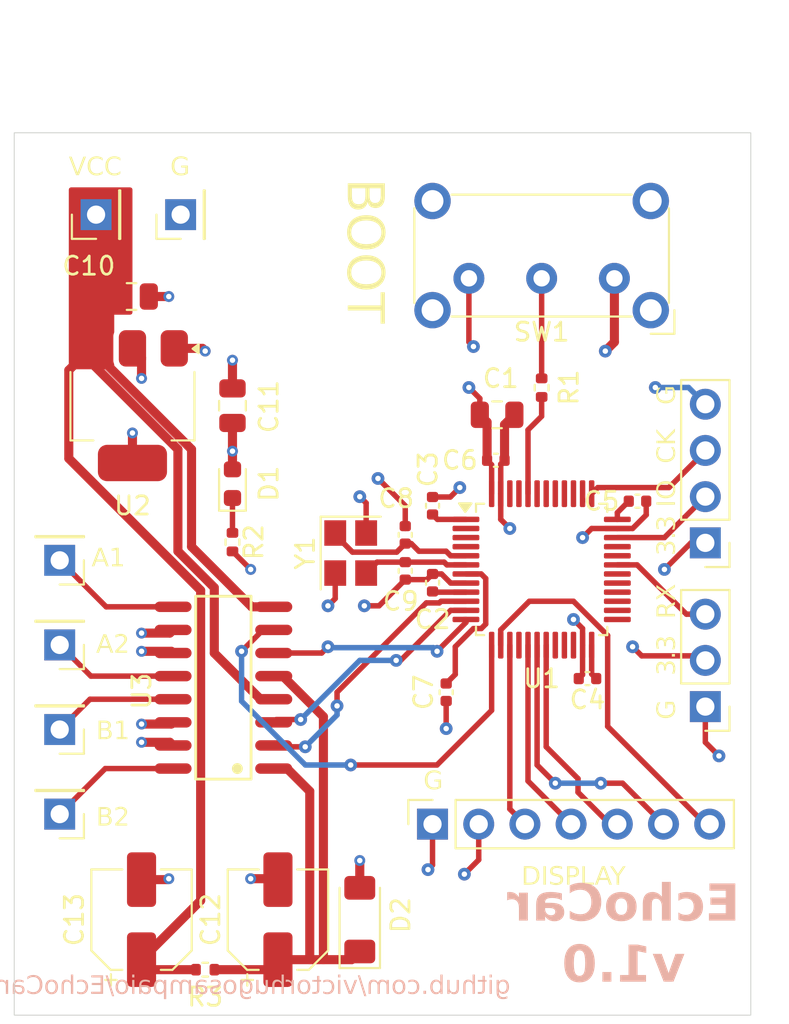
<source format=kicad_pcb>
(kicad_pcb (version 20240108) (generator "pcbnew") (generator_version "8.0")
  (layers (0 "F.Cu" signal) (1 "In1.Cu" power "GND.Cu") (2 "In2.Cu" power "3V3.Cu") (31 "B.Cu" signal) (34 "B.Paste" user) (35 "F.Paste" user) (36 "B.SilkS" user "B.Silkscreen") (37 "F.SilkS" user "F.Silkscreen") (38 "B.Mask" user) (39 "F.Mask" user) (44 "Edge.Cuts" user))
  (net 0 "")
  (net 1 "GND")
  (net 2 "+3.3V")
  (net 3 "/RST")
  (net 4 "OSCIN")
  (net 5 "OSCOUT")
  (net 6 "VCC")
  (net 7 "Net-(D2-K)")
  (net 8 "/PWR_LED_K")
  (net 9 "Net-(U3-OUTA1)")
  (net 10 "Net-(U3-OUTB1)")
  (net 11 "Net-(U3-OUTA2)")
  (net 12 "Net-(U3-OUTB2)")
  (net 13 "SWCLK")
  (net 14 "SWIO")
  (net 15 "DISP_CS")
  (net 16 "DISP_SCK")
  (net 17 "DISP_SDA")
  (net 18 "DISP_DC")
  (net 19 "DISP_RES")
  (net 20 "UART_RX")
  (net 21 "BOOT")
  (net 22 "Net-(SW1-B)")
  (net 24 "MOTOR_IN_4")
  (net 36 "MOTOR_IN_2")
  (net 37 "MOTOR_IN_1")
  (net 39 "MOTOR_IN_3")
  (footprint "Connector_PinHeader_2.54mm:PinHeader_1x03_P2.54mm_Vertical" (layer "F.Cu") (at 150 78.54 180)
    (property "Reference" "J3" (hide yes))
    (property "Value" "Arduino_con")
    (pad "1" thru_hole rect (at 0 0 180) (size 1.7 1.7) (drill 1) (layers "*.Cu" "*.Mask") (net 1 "GND"))
    (pad "2" thru_hole oval (at 0 2.54 180) (size 1.7 1.7) (drill 1) (layers "*.Cu" "*.Mask") (net 2 "+3.3V"))
    (pad "3" thru_hole oval (at 0 5.08 180) (size 1.7 1.7) (drill 1) (layers "*.Cu" "*.Mask") (net 20 "UART_RX"))
  )
  (footprint "Capacitor_SMD:C_0402_1005Metric" (layer "F.Cu") (at 135.75 77.75 -90)
    (property "Reference" "C7" (at 0 1.25 90) (layer "F.SilkS"))
    (property "Value" "100n")
    (pad "1" smd roundrect (at -0.48 0 270) (size 0.56 0.62) (layers "F.Cu" "F.Paste" "F.Mask") (net 3 "/RST"))
    (pad "2" smd roundrect (at 0.48 0 270) (size 0.56 0.62) (layers "F.Cu" "F.Paste" "F.Mask") (net 1 "GND"))
  )
  (footprint "Connector_PinSocket_2.54mm:PinSocket_1x07_P2.54mm_Vertical" (layer "F.Cu") (at 135 85 90)
    (property "Reference" "J2" (hide yes))
    (property "Value" "Display_Con")
    (pad "1" thru_hole rect (at 0 0 90) (size 1.7 1.7) (drill 1) (layers "*.Cu" "*.Mask") (net 1 "GND"))
    (pad "2" thru_hole oval (at 0 2.54 90) (size 1.7 1.7) (drill 1) (layers "*.Cu" "*.Mask") (net 2 "+3.3V"))
    (pad "3" thru_hole oval (at 0 5.08 90) (size 1.7 1.7) (drill 1) (layers "*.Cu" "*.Mask") (net 16 "DISP_SCK"))
    (pad "4" thru_hole oval (at 0 7.62 90) (size 1.7 1.7) (drill 1) (layers "*.Cu" "*.Mask") (net 17 "DISP_SDA"))
    (pad "5" thru_hole oval (at 0 10.16 90) (size 1.7 1.7) (drill 1) (layers "*.Cu" "*.Mask") (net 19 "DISP_RES"))
    (pad "6" thru_hole oval (at 0 12.7 90) (size 1.7 1.7) (drill 1) (layers "*.Cu" "*.Mask") (net 18 "DISP_DC"))
    (pad "7" thru_hole oval (at 0 15.24 90) (size 1.7 1.7) (drill 1) (layers "*.Cu" "*.Mask") (net 15 "DISP_CS"))
  )
  (footprint "Capacitor_SMD:C_0805_2012Metric" (layer "F.Cu") (at 118.45 56)
    (property "Reference" "C10" (at -2.35 -1.68 0) (layer "F.SilkS"))
    (property "Value" "22u")
    (pad "1" smd roundrect (at -0.95 0) (size 1 1.45) (layers "F.Cu" "F.Paste" "F.Mask") (net 6 "VCC"))
    (pad "2" smd roundrect (at 0.95 0) (size 1 1.45) (layers "F.Cu" "F.Paste" "F.Mask") (net 1 "GND"))
  )
  (footprint "Connector_PinHeader_2.54mm:PinHeader_1x01_P2.54mm_Vertical" (layer "F.Cu") (at 114.5 70.5 180)
    (property "Reference" "H4" (hide yes))
    (property "Value" "OUTB_2")
    (pad "1" thru_hole rect (at 0 0 180) (size 1.7 1.7) (drill 1) (layers "*.Cu" "*.Mask") (net 12 "Net-(U3-OUTB2)"))
  )
  (footprint "Capacitor_SMD:C_0402_1005Metric" (layer "F.Cu") (at 146.27 67.25)
    (property "Reference" "C5" (at -1.98 0 0) (layer "F.SilkS"))
    (property "Value" "100n")
    (pad "1" smd roundrect (at -0.48 0) (size 0.56 0.62) (layers "F.Cu" "F.Paste" "F.Mask") (net 2 "+3.3V"))
    (pad "2" smd roundrect (at 0.48 0) (size 0.56 0.62) (layers "F.Cu" "F.Paste" "F.Mask") (net 1 "GND"))
  )
  (footprint "Capacitor_SMD:C_0402_1005Metric" (layer "F.Cu") (at 135 67.5 90)
    (property "Reference" "C3" (at 2 -0.25 -90) (layer "F.SilkS"))
    (property "Value" "100n")
    (pad "1" smd roundrect (at -0.48 0 90) (size 0.56 0.62) (layers "F.Cu" "F.Paste" "F.Mask") (net 2 "+3.3V"))
    (pad "2" smd roundrect (at 0.48 0 90) (size 0.56 0.62) (layers "F.Cu" "F.Paste" "F.Mask") (net 1 "GND"))
  )
  (footprint "Capacitor_SMD:CP_Elec_5x5.3" (layer "F.Cu") (at 126.5 90.25 90)
    (property "Reference" "C12" (at 0 -3.7 90) (layer "F.SilkS"))
    (property "Value" "47u 16V")
    (pad "1" smd roundrect (at -2.2 0 90) (size 3 1.6) (layers "F.Cu" "F.Paste" "F.Mask") (roundrect_rratio 0.15625) (net 7 "Net-(D2-K)"))
    (pad "2" smd roundrect (at 2.2 0 90) (size 3 1.6) (layers "F.Cu" "F.Paste" "F.Mask") (roundrect_rratio 0.15625) (net 1 "GND"))
  )
  (footprint "Package_QFP:LQFP-48_7x7mm_P0.5mm" (layer "F.Cu") (at 141 71)
    (property "Reference" "U1" (at 0 6 0) (layer "F.SilkS"))
    (property "Value" "STM32F103C8T6")
    (pad "1" smd roundrect (at -4.1625 -2.75) (size 1.475 0.3) (layers "F.Cu" "F.Paste" "F.Mask") (net 2 "+3.3V"))
    (pad "2" smd roundrect (at -4.1625 -2.25) (size 1.475 0.3) (layers "F.Cu" "F.Paste" "F.Mask"))
    (pad "3" smd roundrect (at -4.1625 -1.75) (size 1.475 0.3) (layers "F.Cu" "F.Paste" "F.Mask"))
    (pad "4" smd roundrect (at -4.1625 -1.25) (size 1.475 0.3) (layers "F.Cu" "F.Paste" "F.Mask"))
    (pad "5" smd roundrect (at -4.1625 -0.75) (size 1.475 0.3) (layers "F.Cu" "F.Paste" "F.Mask") (net 4 "OSCIN"))
    (pad "6" smd roundrect (at -4.1625 -0.25) (size 1.475 0.3) (layers "F.Cu" "F.Paste" "F.Mask") (net 5 "OSCOUT"))
    (pad "7" smd roundrect (at -4.1625 0.25) (size 1.475 0.3) (layers "F.Cu" "F.Paste" "F.Mask") (net 3 "/RST"))
    (pad "8" smd roundrect (at -4.1625 0.75) (size 1.475 0.3) (layers "F.Cu" "F.Paste" "F.Mask") (net 1 "GND"))
    (pad "9" smd roundrect (at -4.1625 1.25) (size 1.475 0.3) (layers "F.Cu" "F.Paste" "F.Mask") (net 2 "+3.3V"))
    (pad "10" smd roundrect (at -4.1625 1.75) (size 1.475 0.3) (layers "F.Cu" "F.Paste" "F.Mask") (net 37 "MOTOR_IN_1"))
    (pad "11" smd roundrect (at -4.1625 2.25) (size 1.475 0.3) (layers "F.Cu" "F.Paste" "F.Mask") (net 36 "MOTOR_IN_2"))
    (pad "12" smd roundrect (at -4.1625 2.75) (size 1.475 0.3) (layers "F.Cu" "F.Paste" "F.Mask") (net 39 "MOTOR_IN_3"))
    (pad "13" smd roundrect (at -2.75 4.1625) (size 0.3 1.475) (layers "F.Cu" "F.Paste" "F.Mask") (net 24 "MOTOR_IN_4"))
    (pad "14" smd roundrect (at -2.25 4.1625) (size 0.3 1.475) (layers "F.Cu" "F.Paste" "F.Mask") (net 15 "DISP_CS"))
    (pad "15" smd roundrect (at -1.75 4.1625) (size 0.3 1.475) (layers "F.Cu" "F.Paste" "F.Mask") (net 16 "DISP_SCK"))
    (pad "16" smd roundrect (at -1.25 4.1625) (size 0.3 1.475) (layers "F.Cu" "F.Paste" "F.Mask"))
    (pad "17" smd roundrect (at -0.75 4.1625) (size 0.3 1.475) (layers "F.Cu" "F.Paste" "F.Mask") (net 17 "DISP_SDA"))
    (pad "18" smd roundrect (at -0.25 4.1625) (size 0.3 1.475) (layers "F.Cu" "F.Paste" "F.Mask") (net 18 "DISP_DC"))
    (pad "19" smd roundrect (at 0.25 4.1625) (size 0.3 1.475) (layers "F.Cu" "F.Paste" "F.Mask") (net 19 "DISP_RES"))
    (pad "20" smd roundrect (at 0.75 4.1625) (size 0.3 1.475) (layers "F.Cu" "F.Paste" "F.Mask"))
    (pad "21" smd roundrect (at 1.25 4.1625) (size 0.3 1.475) (layers "F.Cu" "F.Paste" "F.Mask"))
    (pad "22" smd roundrect (at 1.75 4.1625) (size 0.3 1.475) (layers "F.Cu" "F.Paste" "F.Mask"))
    (pad "23" smd roundrect (at 2.25 4.1625) (size 0.3 1.475) (layers "F.Cu" "F.Paste" "F.Mask") (net 1 "GND"))
    (pad "24" smd roundrect (at 2.75 4.1625) (size 0.3 1.475) (layers "F.Cu" "F.Paste" "F.Mask") (net 2 "+3.3V"))
    (pad "25" smd roundrect (at 4.1625 2.75) (size 1.475 0.3) (layers "F.Cu" "F.Paste" "F.Mask"))
    (pad "26" smd roundrect (at 4.1625 2.25) (size 1.475 0.3) (layers "F.Cu" "F.Paste" "F.Mask"))
    (pad "27" smd roundrect (at 4.1625 1.75) (size 1.475 0.3) (layers "F.Cu" "F.Paste" "F.Mask"))
    (pad "28" smd roundrect (at 4.1625 1.25) (size 1.475 0.3) (layers "F.Cu" "F.Paste" "F.Mask"))
    (pad "29" smd roundrect (at 4.1625 0.75) (size 1.475 0.3) (layers "F.Cu" "F.Paste" "F.Mask"))
    (pad "30" smd roundrect (at 4.1625 0.25) (size 1.475 0.3) (layers "F.Cu" "F.Paste" "F.Mask"))
    (pad "31" smd roundrect (at 4.1625 -0.25) (size 1.475 0.3) (layers "F.Cu" "F.Paste" "F.Mask") (net 20 "UART_RX"))
    (pad "32" smd roundrect (at 4.1625 -0.75) (size 1.475 0.3) (layers "F.Cu" "F.Paste" "F.Mask"))
    (pad "33" smd roundrect (at 4.1625 -1.25) (size 1.475 0.3) (layers "F.Cu" "F.Paste" "F.Mask"))
    (pad "34" smd roundrect (at 4.1625 -1.75) (size 1.475 0.3) (layers "F.Cu" "F.Paste" "F.Mask") (net 14 "SWIO"))
    (pad "35" smd roundrect (at 4.1625 -2.25) (size 1.475 0.3) (layers "F.Cu" "F.Paste" "F.Mask") (net 1 "GND"))
    (pad "36" smd roundrect (at 4.1625 -2.75) (size 1.475 0.3) (layers "F.Cu" "F.Paste" "F.Mask") (net 2 "+3.3V"))
    (pad "37" smd roundrect (at 2.75 -4.1625) (size 0.3 1.475) (layers "F.Cu" "F.Paste" "F.Mask") (net 13 "SWCLK"))
    (pad "38" smd roundrect (at 2.25 -4.1625) (size 0.3 1.475) (layers "F.Cu" "F.Paste" "F.Mask"))
    (pad "39" smd roundrect (at 1.75 -4.1625) (size 0.3 1.475) (layers "F.Cu" "F.Paste" "F.Mask"))
    (pad "40" smd roundrect (at 1.25 -4.1625) (size 0.3 1.475) (layers "F.Cu" "F.Paste" "F.Mask"))
    (pad "41" smd roundrect (at 0.75 -4.1625) (size 0.3 1.475) (layers "F.Cu" "F.Paste" "F.Mask"))
    (pad "42" smd roundrect (at 0.25 -4.1625) (size 0.3 1.475) (layers "F.Cu" "F.Paste" "F.Mask"))
    (pad "43" smd roundrect (at -0.25 -4.1625) (size 0.3 1.475) (layers "F.Cu" "F.Paste" "F.Mask"))
    (pad "44" smd roundrect (at -0.75 -4.1625) (size 0.3 1.475) (layers "F.Cu" "F.Paste" "F.Mask") (net 21 "BOOT"))
    (pad "45" smd roundrect (at -1.25 -4.1625) (size 0.3 1.475) (layers "F.Cu" "F.Paste" "F.Mask"))
    (pad "46" smd roundrect (at -1.75 -4.1625) (size 0.3 1.475) (layers "F.Cu" "F.Paste" "F.Mask"))
    (pad "47" smd roundrect (at -2.25 -4.1625) (size 0.3 1.475) (layers "F.Cu" "F.Paste" "F.Mask") (net 1 "GND"))
    (pad "48" smd roundrect (at -2.75 -4.1625) (size 0.3 1.475) (layers "F.Cu" "F.Paste" "F.Mask") (net 2 "+3.3V"))
  )
  (footprint "LED_SMD:LED_0603_1608Metric" (layer "F.Cu") (at 124 66.2875 90)
    (property "Reference" "D1" (at 0 2 90) (layer "F.SilkS"))
    (property "Value" "PWR_ON")
    (pad "1" smd roundrect (at -0.7875 0 90) (size 0.875 0.95) (layers "F.Cu" "F.Paste" "F.Mask") (net 8 "/PWR_LED_K"))
    (pad "2" smd roundrect (at 0.7875 0 90) (size 0.875 0.95) (layers "F.Cu" "F.Paste" "F.Mask") (net 2 "+3.3V"))
  )
  (footprint "Capacitor_SMD:C_0402_1005Metric" (layer "F.Cu") (at 133.5 71.08 -90)
    (property "Reference" "C9" (at 1.67 0.25 0) (layer "F.SilkS"))
    (property "Value" "10p")
    (pad "1" smd roundrect (at -0.48 0 270) (size 0.56 0.62) (layers "F.Cu" "F.Paste" "F.Mask") (net 5 "OSCOUT"))
    (pad "2" smd roundrect (at 0.48 0 270) (size 0.56 0.62) (layers "F.Cu" "F.Paste" "F.Mask") (net 1 "GND"))
  )
  (footprint "Capacitor_SMD:C_0805_2012Metric" (layer "F.Cu") (at 138.55 62.5)
    (property "Reference" "C1" (at 0.2 -2 0) (layer "F.SilkS"))
    (property "Value" "10u")
    (pad "1" smd roundrect (at -0.95 0) (size 1 1.45) (layers "F.Cu" "F.Paste" "F.Mask") (net 2 "+3.3V"))
    (pad "2" smd roundrect (at 0.95 0) (size 1 1.45) (layers "F.Cu" "F.Paste" "F.Mask") (net 1 "GND"))
  )
  (footprint "MX1616H_SMD:MX1616H" (layer "F.Cu") (at 123.5 77.5 90)
    (property "Reference" "U3" (at -0.191125 -4.488 90) (layer "F.SilkS"))
    (property "Value" "MX1616H" (hide yes))
    (pad "1" smd oval (at -4.445 2.769 90) (size 0.574 2.038) (layers "F.Cu" "F.Paste" "F.Mask") (net 7 "Net-(D2-K)"))
    (pad "2" smd oval (at -3.175 2.769 90) (size 0.574 2.038) (layers "F.Cu" "F.Paste" "F.Mask") (net 37 "MOTOR_IN_1"))
    (pad "3" smd oval (at -1.905 2.769 90) (size 0.574 2.038) (layers "F.Cu" "F.Paste" "F.Mask") (net 36 "MOTOR_IN_2"))
    (pad "4" smd oval (at -0.635 2.769 90) (size 0.574 2.038) (layers "F.Cu" "F.Paste" "F.Mask") (net 6 "VCC"))
    (pad "5" smd oval (at 0.635 2.769 90) (size 0.574 2.038) (layers "F.Cu" "F.Paste" "F.Mask") (net 7 "Net-(D2-K)"))
    (pad "6" smd oval (at 1.905 2.769 90) (size 0.574 2.038) (layers "F.Cu" "F.Paste" "F.Mask") (net 39 "MOTOR_IN_3"))
    (pad "7" smd oval (at 3.175 2.769 90) (size 0.574 2.038) (layers "F.Cu" "F.Paste" "F.Mask") (net 24 "MOTOR_IN_4"))
    (pad "8" smd oval (at 4.445 2.769 90) (size 0.574 2.038) (layers "F.Cu" "F.Paste" "F.Mask") (net 6 "VCC"))
    (pad "9" smd oval (at 4.445 -2.769 90) (size 0.574 2.038) (layers "F.Cu" "F.Paste" "F.Mask") (net 12 "Net-(U3-OUTB2)"))
    (pad "10" smd oval (at 3.175 -2.769 90) (size 0.574 2.038) (layers "F.Cu" "F.Paste" "F.Mask") (net 1 "GND"))
    (pad "11" smd oval (at 1.905 -2.769 90) (size 0.574 2.038) (layers "F.Cu" "F.Paste" "F.Mask") (net 1 "GND"))
    (pad "12" smd oval (at 0.635 -2.769 90) (size 0.574 2.038) (layers "F.Cu" "F.Paste" "F.Mask") (net 11 "Net-(U3-OUTA2)"))
    (pad "13" smd oval (at -0.635 -2.769 90) (size 0.574 2.038) (layers "F.Cu" "F.Paste" "F.Mask") (net 10 "Net-(U3-OUTB1)"))
    (pad "14" smd oval (at -1.905 -2.769 90) (size 0.574 2.038) (layers "F.Cu" "F.Paste" "F.Mask") (net 1 "GND"))
    (pad "15" smd oval (at -3.175 -2.769 90) (size 0.574 2.038) (layers "F.Cu" "F.Paste" "F.Mask") (net 1 "GND"))
    (pad "16" smd oval (at -4.445 -2.769 90) (size 0.574 2.038) (layers "F.Cu" "F.Paste" "F.Mask") (net 9 "Net-(U3-OUTA1)"))
  )
  (footprint "Button_Switch_THT:SW_E-Switch_EG1224_SPDT_Angled" (layer "F.Cu") (at 145 55 180)
    (property "Reference" "SW1" (at 4 -2.95 0) (layer "F.SilkS"))
    (property "Value" "SW_SPDT")
    (pad "" thru_hole circle (at -2 -1.75 180) (size 2 2) (drill 1.2) (layers "*.Cu" "*.Mask"))
    (pad "" thru_hole circle (at -2 4.25 180) (size 2 2) (drill 1.2) (layers "*.Cu" "*.Mask"))
    (pad "" thru_hole circle (at 10 -1.75 180) (size 2 2) (drill 1.2) (layers "*.Cu" "*.Mask"))
    (pad "" thru_hole circle (at 10 4.25 180) (size 2 2) (drill 1.2) (layers "*.Cu" "*.Mask"))
    (pad "1" thru_hole circle (at 0 0 180) (size 1.7 1.7) (drill 0.9) (layers "*.Cu" "*.Mask") (net 1 "GND"))
    (pad "2" thru_hole circle (at 4 0 180) (size 1.7 1.7) (drill 0.9) (layers "*.Cu" "*.Mask") (net 22 "Net-(SW1-B)"))
    (pad "3" thru_hole circle (at 8 0 180) (size 1.7 1.7) (drill 0.9) (layers "*.Cu" "*.Mask") (net 2 "+3.3V"))
  )
  (footprint "Capacitor_SMD:C_0402_1005Metric" (layer "F.Cu") (at 135 71.73 90)
    (property "Reference" "C2" (at -2.02 0 180) (layer "F.SilkS"))
    (property "Value" "100n")
    (pad "1" smd roundrect (at -0.48 0 90) (size 0.56 0.62) (layers "F.Cu" "F.Paste" "F.Mask") (net 2 "+3.3V"))
    (pad "2" smd roundrect (at 0.48 0 90) (size 0.56 0.62) (layers "F.Cu" "F.Paste" "F.Mask") (net 1 "GND"))
  )
  (footprint "Connector_PinHeader_2.54mm:PinHeader_1x01_P2.54mm_Vertical" (layer "F.Cu") (at 114.5 84.45 180)
    (property "Reference" "H1" (hide yes))
    (property "Value" "OUTA_1")
    (pad "1" thru_hole rect (at 0 0 180) (size 1.7 1.7) (drill 1) (layers "*.Cu" "*.Mask") (net 9 "Net-(U3-OUTA1)"))
  )
  (footprint "Resistor_SMD:R_0402_1005Metric" (layer "F.Cu") (at 124 69.5 -90)
    (property "Reference" "R2" (at 0 -1.17 90) (layer "F.SilkS"))
    (property "Value" "1k")
    (pad "1" smd roundrect (at -0.51 0 270) (size 0.54 0.64) (layers "F.Cu" "F.Paste" "F.Mask") (net 8 "/PWR_LED_K"))
    (pad "2" smd roundrect (at 0.51 0 270) (size 0.54 0.64) (layers "F.Cu" "F.Paste" "F.Mask") (net 1 "GND"))
  )
  (footprint "Connector_PinHeader_2.54mm:PinHeader_1x01_P2.54mm_Vertical" (layer "F.Cu") (at 121.15 51.5 90)
    (property "Reference" "H6" (hide yes))
    (property "Value" "GND")
    (pad "1" thru_hole rect (at 0 0 90) (size 1.7 1.7) (drill 1) (layers "*.Cu" "*.Mask") (net 1 "GND"))
  )
  (footprint "Package_TO_SOT_SMD:SOT-223-3_TabPin2" (layer "F.Cu") (at 118.5 62 -90)
    (property "Reference" "U2" (at 5.5 0 0) (layer "F.SilkS"))
    (property "Value" "AMS1117-3.3")
    (pad "1" smd roundrect (at -3.15 -2.3 270) (size 2 1.5) (layers "F.Cu" "F.Paste" "F.Mask") (net 1 "GND"))
    (pad "2" smd roundrect (at -3.15 0 270) (size 2 1.5) (layers "F.Cu" "F.Paste" "F.Mask") (net 2 "+3.3V"))
    (pad "2" smd roundrect (at 3.15 0 270) (size 2 3.8) (layers "F.Cu" "F.Paste" "F.Mask") (net 2 "+3.3V"))
    (pad "3" smd roundrect (at -3.15 2.3 270) (size 2 1.5) (layers "F.Cu" "F.Paste" "F.Mask") (net 6 "VCC"))
  )
  (footprint "Crystal:Crystal_SMD_3225-4Pin_3.2x2.5mm" (layer "F.Cu") (at 130.5 70.1 -90)
    (property "Reference" "Y1" (at 0 2.5 90) (layer "F.SilkS"))
    (property "Value" "16MHz")
    (pad "1" smd rect (at -1.1 0.85 270) (size 1.4 1.2) (layers "F.Cu" "F.Paste" "F.Mask") (net 4 "OSCIN"))
    (pad "2" smd rect (at 1.1 0.85 270) (size 1.4 1.2) (layers "F.Cu" "F.Paste" "F.Mask") (net 1 "GND"))
    (pad "3" smd rect (at 1.1 -0.85 270) (size 1.4 1.2) (layers "F.Cu" "F.Paste" "F.Mask") (net 5 "OSCOUT"))
    (pad "4" smd rect (at -1.1 -0.85 270) (size 1.4 1.2) (layers "F.Cu" "F.Paste" "F.Mask") (net 1 "GND"))
  )
  (footprint "Capacitor_SMD:C_0402_1005Metric" (layer "F.Cu") (at 133.5 69.1 90)
    (property "Reference" "C8" (at 2 -0.5 0) (layer "F.SilkS"))
    (property "Value" "10p")
    (pad "1" smd roundrect (at -0.48 0 90) (size 0.56 0.62) (layers "F.Cu" "F.Paste" "F.Mask") (net 4 "OSCIN"))
    (pad "2" smd roundrect (at 0.48 0 90) (size 0.56 0.62) (layers "F.Cu" "F.Paste" "F.Mask") (net 1 "GND"))
  )
  (footprint "Connector_PinHeader_2.54mm:PinHeader_1x01_P2.54mm_Vertical" (layer "F.Cu") (at 114.5 75.15 180)
    (property "Reference" "H3" (hide yes))
    (property "Value" "OUTB_1")
    (pad "1" thru_hole rect (at 0 0 180) (size 1.7 1.7) (drill 1) (layers "*.Cu" "*.Mask") (net 11 "Net-(U3-OUTA2)"))
  )
  (footprint "Capacitor_SMD:C_0402_1005Metric" (layer "F.Cu") (at 138.48 65)
    (property "Reference" "C6" (at -1.98 0 180) (layer "F.SilkS"))
    (property "Value" "100n")
    (pad "1" smd roundrect (at -0.48 0) (size 0.56 0.62) (layers "F.Cu" "F.Paste" "F.Mask") (net 2 "+3.3V"))
    (pad "2" smd roundrect (at 0.48 0) (size 0.56 0.62) (layers "F.Cu" "F.Paste" "F.Mask") (net 1 "GND"))
  )
  (footprint "Capacitor_SMD:C_0805_2012Metric" (layer "F.Cu") (at 124 62 90)
    (property "Reference" "C11" (at -0.05 2 90) (layer "F.SilkS"))
    (property "Value" "22u")
    (pad "1" smd roundrect (at -0.95 0 90) (size 1 1.45) (layers "F.Cu" "F.Paste" "F.Mask") (net 2 "+3.3V"))
    (pad "2" smd roundrect (at 0.95 0 90) (size 1 1.45) (layers "F.Cu" "F.Paste" "F.Mask") (net 1 "GND"))
  )
  (footprint "Connector_PinHeader_2.54mm:PinHeader_1x04_P2.54mm_Vertical" (layer "F.Cu") (at 150 69.54 180)
    (property "Reference" "J1" (hide yes))
    (property "Value" "SW")
    (pad "1" thru_hole rect (at 0 0 180) (size 1.7 1.7) (drill 1) (layers "*.Cu" "*.Mask") (net 2 "+3.3V"))
    (pad "2" thru_hole oval (at 0 2.54 180) (size 1.7 1.7) (drill 1) (layers "*.Cu" "*.Mask") (net 14 "SWIO"))
    (pad "3" thru_hole oval (at 0 5.08 180) (size 1.7 1.7) (drill 1) (layers "*.Cu" "*.Mask") (net 13 "SWCLK"))
    (pad "4" thru_hole oval (at 0 7.62 180) (size 1.7 1.7) (drill 1) (layers "*.Cu" "*.Mask") (net 1 "GND"))
  )
  (footprint "Connector_PinHeader_2.54mm:PinHeader_1x01_P2.54mm_Vertical" (layer "F.Cu") (at 116.5 51.5 90)
    (property "Reference" "H5" (hide yes))
    (property "Value" "VCC")
    (pad "1" thru_hole rect (at 0 0 90) (size 1.7 1.7) (drill 1) (layers "*.Cu" "*.Mask") (net 6 "VCC"))
  )
  (footprint "Resistor_SMD:R_0402_1005Metric" (layer "F.Cu") (at 122.5 93)
    (property "Reference" "R3" (at 0 1.5 0) (layer "F.SilkS"))
    (property "Value" "220")
    (pad "1" smd roundrect (at -0.51 0) (size 0.54 0.64) (layers "F.Cu" "F.Paste" "F.Mask") (net 6 "VCC"))
    (pad "2" smd roundrect (at 0.51 0) (size 0.54 0.64) (layers "F.Cu" "F.Paste" "F.Mask") (net 7 "Net-(D2-K)"))
  )
  (footprint "Capacitor_SMD:CP_Elec_5x5.3" (layer "F.Cu") (at 119 90.25 90)
    (property "Reference" "C13" (at 0 -3.7 90) (layer "F.SilkS"))
    (property "Value" "47u 16V")
    (pad "1" smd roundrect (at -2.2 0 90) (size 3 1.6) (layers "F.Cu" "F.Paste" "F.Mask") (roundrect_rratio 0.15625) (net 6 "VCC"))
    (pad "2" smd roundrect (at 2.2 0 90) (size 3 1.6) (layers "F.Cu" "F.Paste" "F.Mask") (roundrect_rratio 0.15625) (net 1 "GND"))
  )
  (footprint "Capacitor_SMD:C_0402_1005Metric" (layer "F.Cu") (at 143.52 77 180)
    (property "Reference" "C4" (at 0 -1.16 0) (layer "F.SilkS"))
    (property "Value" "100n")
    (pad "1" smd roundrect (at -0.48 0 180) (size 0.56 0.62) (layers "F.Cu" "F.Paste" "F.Mask") (net 2 "+3.3V"))
    (pad "2" smd roundrect (at 0.48 0 180) (size 0.56 0.62) (layers "F.Cu" "F.Paste" "F.Mask") (net 1 "GND"))
  )
  (footprint "Connector_PinHeader_2.54mm:PinHeader_1x01_P2.54mm_Vertical" (layer "F.Cu") (at 114.5 79.8 180)
    (property "Reference" "H2" (hide yes))
    (property "Value" "OUTA_2")
    (pad "1" thru_hole rect (at 0 0 180) (size 1.7 1.7) (drill 1) (layers "*.Cu" "*.Mask") (net 10 "Net-(U3-OUTB1)"))
  )
  (footprint "Diode_SMD:D_MiniMELF" (layer "F.Cu") (at 131 90.25 90)
    (property "Reference" "D2" (at 0.25 2.25 90) (layer "F.SilkS"))
    (property "Value" "BZV55B5V1")
    (pad "1" smd roundrect (at -1.75 0 90) (size 1.3 1.7) (layers "F.Cu" "F.Paste" "F.Mask") (roundrect_rratio 0.1923076923) (net 7 "Net-(D2-K)"))
    (pad "2" smd roundrect (at 1.75 0 90) (size 1.3 1.7) (layers "F.Cu" "F.Paste" "F.Mask") (roundrect_rratio 0.1923076923) (net 1 "GND"))
  )
  (footprint "Resistor_SMD:R_0402_1005Metric" (layer "F.Cu") (at 141 61.01 -90)
    (property "Reference" "R1" (at -0.01 -1.5 90) (layer "F.SilkS"))
    (property "Value" "10k")
    (pad "1" smd roundrect (at -0.51 0 270) (size 0.54 0.64) (layers "F.Cu" "F.Paste" "F.Mask") (net 22 "Net-(SW1-B)"))
    (pad "2" smd roundrect (at 0.51 0 270) (size 0.54 0.64) (layers "F.Cu" "F.Paste" "F.Mask") (net 21 "BOOT"))
  )
  (gr_rect (start 112 47) (end 152.5 95.5) (stroke (width 0.05)) (fill none) (layer "Edge.Cuts"))
  (gr_text "EchoCar\nv1.0" (at 145.5 94 0) (layer "B.SilkS") (effects (font (size 2 2) (thickness 0.5) (bold yes) (italic yes)) (justify bottom mirror)))
  (gr_text "github.com/victorhugosampaio/EchoCar" (at 125.25 94.5 0) (layer "B.SilkS") (effects (font (size 1 1) (thickness 0.1)) (justify bottom mirror)))
  (gr_text "A1" (at 116.25 71 0) (layer "F.SilkS") (effects (font (size 1 1) (thickness 0.1)) (justify left bottom)))
  (gr_text "B1" (at 116.5 80.5 0) (layer "F.SilkS") (effects (font (size 1 1) (thickness 0.1)) (justify left bottom)))
  (gr_text "G" (at 134.5 83.25 0) (layer "F.SilkS") (effects (font (size 1 1) (thickness 0.1)) (justify left bottom)))
  (gr_text "G   3.3  RX" (at 148.5 79.25 90) (layer "F.SilkS") (effects (font (size 1 1) (thickness 0.1)) (justify left bottom)))
  (gr_text "DISPLAY" (at 142.75 88.5 0) (layer "F.SilkS") (effects (font (size 1 1) (thickness 0.1)) (justify bottom)))
  (gr_text "BOOT" (at 130 49.5 270) (layer "F.SilkS") (effects (font (size 2 2) (thickness 0.1)) (justify left bottom)))
  (gr_text "A2" (at 116.5 75.75 0) (layer "F.SilkS") (effects (font (size 1 1) (thickness 0.1)) (justify left bottom)))
  (gr_text "3.3 IO  CK   G" (at 148.5 70.25 90) (layer "F.SilkS") (effects (font (size 1 1) (thickness 0.1)) (justify left bottom)))
  (gr_text "VCC      G" (at 115 49.5 0) (layer "F.SilkS") (effects (font (size 1 1) (thickness 0.1)) (justify left bottom)))
  (gr_text "B2" (at 116.5 85.25 0) (layer "F.SilkS") (effects (font (size 1 1) (thickness 0.1)) (justify left bottom)))
  (segment (start 135 87.25) (end 134.75 87.5) (width 0.3) (layer "F.Cu") (net 1))
  (segment (start 119 74.5) (end 120.556 74.5) (width 0.5) (layer "F.Cu") (net 1))
  (segment (start 138.96 63.04) (end 139.5 62.5) (width 0.5) (layer "F.Cu") (net 1))
  (segment (start 145 58.5) (end 144.5 59) (width 0.5) (layer "F.Cu") (net 1))
  (segment (start 135.75 79.75) (end 135.75 78.23) (width 0.3) (layer "F.Cu") (net 1))
  (segment (start 120.556 74.5) (end 120.731 74.325) (width 0.5) (layer "F.Cu") (net 1))
  (segment (start 119 88.05) (end 120.45 88.05) (width 0.5) (layer "F.Cu") (net 1))
  (segment (start 143.25 74.25) (end 142.75 73.75) (width 0.3) (layer "F.Cu") (net 1))
  (segment (start 133.5 68.62) (end 133.5 67.5) (width 0.3) (layer "F.Cu") (net 1))
  (segment (start 150 78.54) (end 150 80.5) (width 0.3) (layer "F.Cu") (net 1))
  (segment (start 125 88) (end 126.45 88) (width 0.5) (layer "F.Cu") (net 1))
  (segment (start 133.5 68.62) (end 133.5 68.75) (width 0.3) (layer "F.Cu") (net 1))
  (segment (start 119 79.5) (end 120.636 79.5) (width 0.5) (layer "F.Cu") (net 1))
  (segment (start 132.06 73) (end 131.25 73) (width 0.3) (layer "F.Cu") (net 1))
  (segment (start 138.75 66.8375) (end 138.75 65.21) (width 0.3) (layer "F.Cu") (net 1))
  (segment (start 131.6 68.75) (end 131.35 69) (width 0.3) (layer "F.Cu") (net 1))
  (segment (start 133.5 67.5) (end 132 66) (width 0.3) (layer "F.Cu") (net 1))
  (segment (start 138.96 65) (end 138.96 63.04) (width 0.5) (layer "F.Cu") (net 1))
  (segment (start 131.35 67.35) (end 131 67) (width 0.3) (layer "F.Cu") (net 1))
  (segment (start 138.75 65.21) (end 138.96 65) (width 0.3) (layer "F.Cu") (net 1))
  (segment (start 138.75 66.8375) (end 138.75 68.25) (width 0.3) (layer "F.Cu") (net 1))
  (segment (start 135.49688 71.25) (end 135 71.25) (width 0.3) (layer "F.Cu") (net 1))
  (segment (start 129.65 71.2) (end 129.65 72.6) (width 0.3) (layer "F.Cu") (net 1))
  (segment (start 119 80.5) (end 120.556 80.5) (width 0.5) (layer "F.Cu") (net 1))
  (segment (start 133.5 71.56) (end 134.69 71.56) (width 0.3) (layer "F.Cu") (net 1))
  (segment (start 134.69 71.56) (end 135 71.25) (width 0.3) (layer "F.Cu") (net 1))
  (segment (start 150 80.5) (end 150.75 81.25) (width 0.3) (layer "F.Cu") (net 1))
  (segment (start 135 85) (end 135 87.25) (width 0.3) (layer "F.Cu") (net 1))
  (segment (start 131.35 69) (end 131.35 67.35) (width 0.3) (layer "F.Cu") (net 1))
  (segment (start 129.65 72.6) (end 129.25 73) (width 0.3) (layer "F.Cu") (net 1))
  (segment (start 138.75 68.25) (end 139.25 68.75) (width 0.3) (layer "F.Cu") (net 1))
  (segment (start 124 70.01) (end 124.01 70.01) (width 0.3) (layer "F.Cu") (net 1))
  (segment (start 146.75 68.00312) (end 146.75 67.25) (width 0.3) (layer "F.Cu") (net 1))
  (segment (start 119 75.5) (end 120.636 75.5) (width 0.5) (layer "F.Cu") (net 1))
  (segment (start 120.8 58.85) (end 122.35 58.85) (width 0.5) (layer "F.Cu") (net 1))
  (segment (start 143.25 75.1625) (end 143.25 76.79) (width 0.3) (layer "F.Cu") (net 1))
  (segment (start 120.45 88.05) (end 120.5 88) (width 0.5) (layer "F.Cu") (net 1))
  (segment (start 124.01 70.01) (end 125 71) (width 0.3) (layer "F.Cu") (net 1))
  (segment (start 135.98 67.02) (end 136.5 66.5) (width 0.3) (layer "F.Cu") (net 1))
  (segment (start 135 67.02) (end 135.98 67.02) (width 0.3) (layer "F.Cu") (net 1))
  (segment (start 131 87) (end 131 88.5) (width 0.5) (layer "F.Cu") (net 1))
  (segment (start 119.4 56) (end 120.5 56) (width 0.5) (layer "F.Cu") (net 1))
  (segment (start 145 55) (end 145 58.5) (width 0.5) (layer "F.Cu") (net 1))
  (segment (start 143.75 68.75) (end 143.25 69.25) (width 0.3) (layer "F.Cu") (net 1))
  (segment (start 126.45 88) (end 126.5 88.05) (width 0.5) (layer "F.Cu") (net 1))
  (segment (start 120.636 75.5) (end 120.731 75.595) (width 0.5) (layer "F.Cu") (net 1))
  (segment (start 136.8375 71.75) (end 135.99688 71.75) (width 0.3) (layer "F.Cu") (net 1))
  (segment (start 135.99688 71.75) (end 135.49688 71.25) (width 0.3) (layer "F.Cu") (net 1))
  (segment (start 120.636 79.5) (end 120.731 79.405) (width 0.5) (layer "F.Cu") (net 1))
  (segment (start 120.556 80.5) (end 120.731 80.675) (width 0.5) (layer "F.Cu") (net 1))
  (segment (start 122.35 58.85) (end 122.5 59) (width 0.5) (layer "F.Cu") (net 1))
  (segment (start 124 59.5) (end 124 61.05) (width 0.5) (layer "F.Cu") (net 1))
  (segment (start 133.5 71.56) (end 132.06 73) (width 0.3) (layer "F.Cu") (net 1))
  (segment (start 145.1625 68.75) (end 146.00312 68.75) (width 0.3) (layer "F.Cu") (net 1))
  (segment (start 145.1625 68.75) (end 143.75 68.75) (width 0.3) (layer "F.Cu") (net 1))
  (segment (start 146.00312 68.75) (end 146.75 68.00312) (width 0.3) (layer "F.Cu") (net 1))
  (segment (start 143.25 76.79) (end 143.04 77) (width 0.3) (layer "F.Cu") (net 1))
  (segment (start 143.25 75.1625) (end 143.25 74.25) (width 0.3) (layer "F.Cu") (net 1))
  (via (at 120.5 88) (size 0.6) (drill 0.3) (layers "F.Cu" "B.Cu") (net 1))
  (via (at 122.5 59) (size 0.6) (drill 0.3) (layers "F.Cu" "B.Cu") (net 1))
  (via (at 124 59.5) (size 0.6) (drill 0.3) (layers "F.Cu" "B.Cu") (net 1))
  (via (at 131.25 73) (size 0.7) (drill 0.3) (layers "F.Cu" "B.Cu") (net 1))
  (via (at 131 67) (size 0.7) (drill 0.3) (layers "F.Cu" "B.Cu") (net 1))
  (via (at 142.75 73.75) (size 0.7) (drill 0.3) (layers "F.Cu" "B.Cu") (net 1))
  (via (at 139.25 68.75) (size 0.7) (drill 0.3) (layers "F.Cu" "B.Cu") (net 1))
  (via (at 119 79.5) (size 0.6) (drill 0.3) (layers "F.Cu" "B.Cu") (net 1))
  (via (at 136.5 66.5) (size 0.7) (drill 0.3) (layers "F.Cu" "B.Cu") (net 1))
  (via (at 125 71) (size 0.6) (drill 0.3) (layers "F.Cu" "B.Cu") (net 1))
  (via (at 147.25 61) (size 0.7) (drill 0.3) (layers "F.Cu" "B.Cu") (net 1))
  (via (at 120.5 56) (size 0.6) (drill 0.3) (layers "F.Cu" "B.Cu") (net 1))
  (via (at 119 80.5) (size 0.6) (drill 0.3) (layers "F.Cu" "B.Cu") (net 1))
  (via (at 134.75 87.5) (size 0.7) (drill 0.3) (layers "F.Cu" "B.Cu") (net 1))
  (via (at 119 75.5) (size 0.6) (drill 0.3) (layers "F.Cu" "B.Cu") (net 1))
  (via (at 135.75 79.75) (size 0.7) (drill 0.3) (layers "F.Cu" "B.Cu") (net 1))
  (via (at 144.5 59) (size 0.7) (drill 0.3) (layers "F.Cu" "B.Cu") (net 1))
  (via (at 143.25 69.25) (size 0.7) (drill 0.3) (layers "F.Cu" "B.Cu") (net 1))
  (via (at 150.75 81.25) (size 0.7) (drill 0.3) (layers "F.Cu" "B.Cu") (net 1))
  (via (at 131 87) (size 0.6) (drill 0.3) (layers "F.Cu" "B.Cu") (net 1))
  (via (at 132 66) (size 0.7) (drill 0.3) (layers "F.Cu" "B.Cu") (net 1))
  (via (at 119 74.5) (size 0.6) (drill 0.3) (layers "F.Cu" "B.Cu") (net 1))
  (via (at 125 88) (size 0.6) (drill 0.3) (layers "F.Cu" "B.Cu") (net 1))
  (via (at 129.25 73) (size 0.7) (drill 0.3) (layers "F.Cu" "B.Cu") (net 1))
  (segment (start 149.08 61) (end 147.25 61) (width 0.3) (layer "B.Cu") (net 1))
  (segment (start 150 61.92) (end 149.08 61) (width 0.3) (layer "B.Cu") (net 1))
  (segment (start 146.5 75.75) (end 150 75.75) (width 0.3) (layer "F.Cu") (net 2))
  (segment (start 137.54 85) (end 137.54 86.96) (width 0.3) (layer "F.Cu") (net 2))
  (segment (start 119 60.5) (end 119 59.35) (width 0.5) (layer "F.Cu") (net 2))
  (segment (start 146 75.25) (end 146.5 75.75) (width 0.3) (layer "F.Cu") (net 2))
  (segment (start 136.8375 68.25) (end 135.27 68.25) (width 0.3) (layer "F.Cu") (net 2))
  (segment (start 137 58.5) (end 137.25 58.75) (width 0.3) (layer "F.Cu") (net 2))
  (segment (start 137.6 61.6) (end 137.6 62.5) (width 0.3) (layer "F.Cu") (net 2))
  (segment (start 137.54 86.96) (end 136.75 87.75) (width 0.3) (layer "F.Cu") (net 2))
  (segment (start 135.04 72.25) (end 135 72.21) (width 0.3) (layer "F.Cu") (net 2))
  (segment (start 143.75 76.75) (end 144 77) (width 0.3) (layer "F.Cu") (net 2))
  (segment (start 138.25 65.25) (end 138 65) (width 0.3) (layer "F.Cu") (net 2))
  (segment (start 150 75.75) (end 150 76) (width 0.3) (layer "F.Cu") (net 2))
  (segment (start 145.1625 67.8775) (end 145.79 67.25) (width 0.3) (layer "F.Cu") (net 2))
  (segment (start 149.21 69.54) (end 150 69.54) (width 0.3) (layer "F.Cu") (net 2))
  (segment (start 145.1625 68.25) (end 145.1625 67.8775) (width 0.3) (layer "F.Cu") (net 2))
  (segment (start 137 55) (end 137 58.5) (width 0.3) (layer "F.Cu") (net 2))
  (segment (start 138 62.9) (end 137.6 62.5) (width 0.5) (layer "F.Cu") (net 2))
  (segment (start 147.75 71) (end 149.21 69.54) (width 0.3) (layer "F.Cu") (net 2))
  (segment (start 119 59.35) (end 118.5 58.85) (width 0.5) (layer "F.Cu") (net 2))
  (segment (start 138 65) (end 138 62.9) (width 0.5) (layer "F.Cu") (net 2))
  (segment (start 124 64.5) (end 124 62.95) (width 0.5) (layer "F.Cu") (net 2))
  (segment (start 143.75 75.1625) (end 143.75 76.75) (width 0.3) (layer "F.Cu") (net 2))
  (segment (start 124 64.5) (end 124 65.5) (width 0.5) (layer "F.Cu") (net 2))
  (segment (start 118.5 63.5) (end 118.5 65.15) (width 0.5) (layer "F.Cu") (net 2))
  (segment (start 136.8375 72.25) (end 135.04 72.25) (width 0.3) (layer "F.Cu") (net 2))
  (segment (start 137 61) (end 137.6 61.6) (width 0.3) (layer "F.Cu") (net 2))
  (segment (start 138.25 66.8375) (end 138.25 65.25) (width 0.3) (layer "F.Cu") (net 2))
  (segment (start 135.27 68.25) (end 135 67.98) (width 0.3) (layer "F.Cu") (net 2))
  (via (at 124 64.5) (size 0.6) (drill 0.3) (layers "F.Cu" "B.Cu") (net 2))
  (via (at 136.75 87.75) (size 0.7) (drill 0.3) (layers "F.Cu" "B.Cu") (net 2))
  (via (at 146 75.25) (size 0.7) (drill 0.3) (layers "F.Cu" "B.Cu") (net 2))
  (via (at 137.25 58.75) (size 0.7) (drill 0.3) (layers "F.Cu" "B.Cu") (net 2))
  (via (at 119 60.5) (size 0.6) (drill 0.3) (layers "F.Cu" "B.Cu") (net 2))
  (via (at 118.5 63.5) (size 0.6) (drill 0.3) (layers "F.Cu" "B.Cu") (net 2))
  (via (at 147.75 71) (size 0.7) (drill 0.3) (layers "F.Cu" "B.Cu") (net 2))
  (via (at 137 61) (size 0.7) (drill 0.3) (layers "F.Cu" "B.Cu") (net 2))
  (segment (start 137.67812 74.25) (end 137.925 74.00312) (width 0.3) (layer "F.Cu") (net 3))
  (segment (start 135.75 77.27) (end 136.25 76.77) (width 0.3) (layer "F.Cu") (net 3))
  (segment (start 137.25 74.25) (end 137.67812 74.25) (width 0.3) (layer "F.Cu") (net 3))
  (segment (start 136.25 75.25) (end 137.25 74.25) (width 0.3) (layer "F.Cu") (net 3))
  (segment (start 137.925 74.00312) (end 137.925 71.49688) (width 0.3) (layer "F.Cu") (net 3))
  (segment (start 137.925 71.49688) (end 137.67812 71.25) (width 0.3) (layer "F.Cu") (net 3))
  (segment (start 137.67812 71.25) (end 136.8375 71.25) (width 0.3) (layer "F.Cu") (net 3))
  (segment (start 136.25 76.77) (end 136.25 75.25) (width 0.3) (layer "F.Cu") (net 3))
  (segment (start 130.6 70.05) (end 129.65 69.1) (width 0.3) (layer "F.Cu") (net 4))
  (segment (start 133.5 69.58) (end 133.03 70.05) (width 0.3) (layer "F.Cu") (net 4))
  (segment (start 135.74688 70) (end 135.99688 70.25) (width 0.3) (layer "F.Cu") (net 4))
  (segment (start 133.5 69.58) (end 133.83 69.58) (width 0.3) (layer "F.Cu") (net 4))
  (segment (start 129.65 69.1) (end 129.65 69) (width 0.3) (layer "F.Cu") (net 4))
  (segment (start 133.03 70.05) (end 130.6 70.05) (width 0.3) (layer "F.Cu") (net 4))
  (segment (start 134.25 70) (end 135.74688 70) (width 0.3) (layer "F.Cu") (net 4))
  (segment (start 135.99688 70.25) (end 136.8375 70.25) (width 0.3) (layer "F.Cu") (net 4))
  (segment (start 133.83 69.58) (end 134.25 70) (width 0.3) (layer "F.Cu") (net 4))
  (segment (start 133.5 70.6) (end 135.639773 70.6) (width 0.3) (layer "F.Cu") (net 5))
  (segment (start 131.35 71.2) (end 131.95 70.6) (width 0.3) (layer "F.Cu") (net 5))
  (segment (start 131.95 70.6) (end 133.5 70.6) (width 0.3) (layer "F.Cu") (net 5))
  (segment (start 135.789773 70.75) (end 136.8375 70.75) (width 0.3) (layer "F.Cu") (net 5))
  (segment (start 135.639773 70.6) (end 135.789773 70.75) (width 0.3) (layer "F.Cu") (net 5))
  (segment (start 121.75 64.4) (end 116.2 58.85) (width 0.5) (layer "F.Cu") (net 6))
  (segment (start 115 60.05) (end 116.2 58.85) (width 0.5) (layer "F.Cu") (net 6))
  (segment (start 116.2 59.599226) (end 116.2 58.85) (width 0.5) (layer "F.Cu") (net 6))
  (segment (start 121 64.399226) (end 116.2 59.599226) (width 0.5) (layer "F.Cu") (net 6))
  (segment (start 119.55 93) (end 119 92.45) (width 0.5) (layer "F.Cu") (net 6))
  (segment (start 122.25 72.150774) (end 115 64.900774) (width 0.5) (layer "F.Cu") (net 6))
  (segment (start 121.99 93) (end 119.55 93) (width 0.5) (layer "F.Cu") (net 6))
  (segment (start 125.537 78.135) (end 123 75.598) (width 0.5) (layer "F.Cu") (net 6))
  (segment (start 126.269 73.055) (end 125.055 73.055) (width 0.5) (layer "F.Cu") (net 6))
  (segment (start 121.75 69.75) (end 121.75 64.4) (width 0.5) (layer "F.Cu") (net 6))
  (segment (start 126.269 78.135) (end 125.537 78.135) (width 0.5) (layer "F.Cu") (net 6))
  (segment (start 123 72) (end 121 70) (width 0.5) (layer "F.Cu") (net 6))
  (segment (start 122.25 89.2) (end 122.25 72.150774) (width 0.5) (layer "F.Cu") (net 6))
  (segment (start 115 64.900774) (end 115 60.05) (width 0.5) (layer "F.Cu") (net 6))
  (segment (start 123 75.598) (end 123 72) (width 0.5) (layer "F.Cu") (net 6))
  (segment (start 119 92.45) (end 122.25 89.2) (width 0.5) (layer "F.Cu") (net 6))
  (segment (start 121 70) (end 121 64.399226) (width 0.5) (layer "F.Cu") (net 6))
  (segment (start 125.055 73.055) (end 121.75 69.75) (width 0.5) (layer "F.Cu") (net 6))
  (segment (start 125.95 93) (end 126.5 92.45) (width 0.5) (layer "F.Cu") (net 7))
  (segment (start 129 92.45) (end 130.55 92.45) (width 0.5) (layer "F.Cu") (net 7))
  (segment (start 128.25 92.45) (end 129 92.45) (width 0.5) (layer "F.Cu") (net 7))
  (segment (start 128.25 83.194) (end 128.25 92.45) (width 0.5) (layer "F.Cu") (net 7))
  (segment (start 126.773275 76.865) (end 129 79.091725) (width 0.5) (layer "F.Cu") (net 7))
  (segment (start 123.01 93) (end 125.95 93) (width 0.5) (layer "F.Cu") (net 7))
  (segment (start 130.55 92.45) (end 131 92) (width 0.5) (layer "F.Cu") (net 7))
  (segment (start 126.5 92.45) (end 128.25 92.45) (width 0.5) (layer "F.Cu") (net 7))
  (segment (start 126.269 76.865) (end 126.773275 76.865) (width 0.5) (layer "F.Cu") (net 7))
  (segment (start 129 79.091725) (end 129 92.45) (width 0.5) (layer "F.Cu") (net 7))
  (segment (start 126.269 81.945) (end 127.001 81.945) (width 0.5) (layer "F.Cu") (net 7))
  (segment (start 127.001 81.945) (end 128.25 83.194) (width 0.5) (layer "F.Cu") (net 7))
  (segment (start 124 68.99) (end 124 67.075) (width 0.3) (layer "F.Cu") (net 8))
  (segment (start 117.005 81.945) (end 114.5 84.45) (width 0.3) (layer "F.Cu") (net 9))
  (segment (start 120.731 81.945) (end 117.005 81.945) (width 0.3) (layer "F.Cu") (net 9))
  (segment (start 116.165 78.135) (end 114.5 79.8) (width 0.3) (layer "F.Cu") (net 10))
  (segment (start 120.731 78.135) (end 116.165 78.135) (width 0.3) (layer "F.Cu") (net 10))
  (segment (start 116.215 76.865) (end 114.5 75.15) (width 0.3) (layer "F.Cu") (net 11))
  (segment (start 120.731 76.865) (end 116.215 76.865) (width 0.3) (layer "F.Cu") (net 11))
  (segment (start 117.055 73.055) (end 114.5 70.5) (width 0.3) (layer "F.Cu") (net 12))
  (segment (start 120.731 73.055) (end 117.055 73.055) (width 0.3) (layer "F.Cu") (net 12))
  (segment (start 114.5 70.5) (end 115 70.5) (width 0.3) (layer "F.Cu") (net 12))
  (segment (start 150 64.46) (end 150 64.5) (width 0.3) (layer "F.Cu") (net 13))
  (segment (start 144.0875 66.5) (end 143.75 66.8375) (width 0.3) (layer "F.Cu") (net 13))
  (segment (start 148 66.5) (end 144.0875 66.5) (width 0.3) (layer "F.Cu") (net 13))
  (segment (start 150 64.5) (end 148 66.5) (width 0.3) (layer "F.Cu") (net 13))
  (segment (start 150 67) (end 147.75 69.25) (width 0.3) (layer "F.Cu") (net 14))
  (segment (start 147.75 69.25) (end 145.1625 69.25) (width 0.3) (layer "F.Cu") (net 14))
  (segment (start 144.63 74.63) (end 142.75 72.75) (width 0.3) (layer "F.Cu") (net 15))
  (segment (start 150.24 85) (end 150 85) (width 0.3) (layer "F.Cu") (net 15))
  (segment (start 142.75 72.75) (end 140.32188 72.75) (width 0.3) (layer "F.Cu") (net 15))
  (segment (start 150 85) (end 144.63 79.63) (width 0.3) (layer "F.Cu") (net 15))
  (segment (start 140.32188 72.75) (end 138.75 74.32188) (width 0.3) (layer "F.Cu") (net 15))
  (segment (start 138.75 74.32188) (end 138.75 75.1625) (width 0.3) (layer "F.Cu") (net 15))
  (segment (start 144.63 79.63) (end 144.63 74.63) (width 0.3) (layer "F.Cu") (net 15))
  (segment (start 139.25 84.17) (end 139.25 75.1625) (width 0.3) (layer "F.Cu") (net 16))
  (segment (start 140.08 85) (end 139.25 84.17) (width 0.3) (layer "F.Cu") (net 16))
  (segment (start 140.25 82.63) (end 140.25 75.1625) (width 0.3) (layer "F.Cu") (net 17))
  (segment (start 142.62 85) (end 140.25 82.63) (width 0.3) (layer "F.Cu") (net 17))
  (segment (start 145.45 82.75) (end 144.25 82.75) (width 0.3) (layer "F.Cu") (net 18))
  (segment (start 147.7 85) (end 145.45 82.75) (width 0.3) (layer "F.Cu") (net 18))
  (segment (start 141.75 82.75) (end 140.75 81.75) (width 0.3) (layer "F.Cu") (net 18))
  (segment (start 140.75 81.75) (end 140.75 75.1625) (width 0.3) (layer "F.Cu") (net 18))
  (via (at 144.25 82.75) (size 0.7) (drill 0.3) (layers "F.Cu" "B.Cu") (net 18))
  (via (at 141.75 82.75) (size 0.7) (drill 0.3) (layers "F.Cu" "B.Cu") (net 18))
  (segment (start 144.25 82.75) (end 141.75 82.75) (width 0.3) (layer "B.Cu") (net 18))
  (segment (start 143 82.5) (end 143 83.25) (width 0.3) (layer "F.Cu") (net 19))
  (segment (start 143 83.25) (end 144.75 85) (width 0.3) (layer "F.Cu") (net 19))
  (segment (start 141.25 80.75) (end 143 82.5) (width 0.3) (layer "F.Cu") (net 19))
  (segment (start 145.16 85) (end 145.16 84.91) (width 0.3) (layer "F.Cu") (net 19))
  (segment (start 144.75 85) (end 145.16 85) (width 0.3) (layer "F.Cu") (net 19))
  (segment (start 141.25 75.1625) (end 141.25 80.75) (width 0.3) (layer "F.Cu") (net 19))
  (segment (start 150 73.46) (end 148.96 73.46) (width 0.3) (layer "F.Cu") (net 20))
  (segment (start 146.25 70.75) (end 145.1625 70.75) (width 0.3) (layer "F.Cu") (net 20))
  (segment (start 148.96 73.46) (end 146.25 70.75) (width 0.3) (layer "F.Cu") (net 20))
  (segment (start 140.25 63.330456) (end 141 62.580456) (width 0.3) (layer "F.Cu") (net 21))
  (segment (start 141 62.580456) (end 141 61.52) (width 0.3) (layer "F.Cu") (net 21))
  (segment (start 140.25 66.8375) (end 140.25 63.330456) (width 0.3) (layer "F.Cu") (net 21))
  (segment (start 141 55) (end 141 60.5) (width 0.3) (layer "F.Cu") (net 22))
  (segment (start 135.244975 81.75) (end 130.5 81.75) (width 0.3) (layer "F.Cu") (net 24))
  (segment (start 138.25 78.744975) (end 135.244975 81.75) (width 0.3) (layer "F.Cu") (net 24))
  (segment (start 125.675 74.325) (end 126.269 74.325) (width 0.3) (layer "F.Cu") (net 24))
  (segment (start 124.5 75.5) (end 125.675 74.325) (width 0.3) (layer "F.Cu") (net 24))
  (segment (start 138.25 75.1625) (end 138.25 78.744975) (width 0.3) (layer "F.Cu") (net 24))
  (via (at 130.5 81.75) (size 0.7) (drill 0.3) (layers "F.Cu" "B.Cu") (net 24))
  (via (at 124.5 75.5) (size 0.7) (drill 0.3) (layers "F.Cu" "B.Cu") (net 24))
  (segment (start 124.5 78.23995) (end 124.5 75.5) (width 0.3) (layer "B.Cu") (net 24))
  (segment (start 130.5 81.75) (end 128.01005 81.75) (width 0.3) (layer "B.Cu") (net 24))
  (segment (start 128.01005 81.75) (end 124.5 78.23995) (width 0.3) (layer "B.Cu") (net 24))
  (segment (start 126.424 79.25) (end 126.269 79.405) (width 0.3) (layer "F.Cu") (net 36))
  (segment (start 133.24688 76) (end 133 76) (width 0.3) (layer "F.Cu") (net 36))
  (segment (start 136.8375 73.25) (end 135.99688 73.25) (width 0.3) (layer "F.Cu") (net 36))
  (segment (start 127.75 79.25) (end 126.424 79.25) (width 0.3) (layer "F.Cu") (net 36))
  (segment (start 135.99688 73.25) (end 133.24688 76) (width 0.3) (layer "F.Cu") (net 36))
  (segment (start 126.269 79.405) (end 125.537 79.405) (width 0.3) (layer "F.Cu") (net 36))
  (via (at 133 76) (size 0.7) (drill 0.3) (layers "F.Cu" "B.Cu") (net 36))
  (via (at 127.75 79.25) (size 0.7) (drill 0.3) (layers "F.Cu" "B.Cu") (net 36))
  (segment (start 131 76) (end 127.75 79.25) (width 0.3) (layer "B.Cu") (net 36))
  (segment (start 133 76) (end 131 76) (width 0.3) (layer "B.Cu") (net 36))
  (segment (start 135.376846 72.84) (end 135.466846 72.75) (width 0.3) (layer "F.Cu") (net 37))
  (segment (start 134.66 72.84) (end 135.376846 72.84) (width 0.3) (layer "F.Cu") (net 37))
  (segment (start 135.466846 72.75) (end 136.8375 72.75) (width 0.3) (layer "F.Cu") (net 37))
  (segment (start 129.75 78.5) (end 129.75 77.75) (width 0.3) (layer "F.Cu") (net 37))
  (segment (start 129.75 77.75) (end 134.66 72.84) (width 0.3) (layer "F.Cu") (net 37))
  (segment (start 126.344 80.75) (end 126.269 80.675) (width 0.3) (layer "F.Cu") (net 37))
  (segment (start 128 80.75) (end 126.344 80.75) (width 0.3) (layer "F.Cu") (net 37))
  (segment (start 126.269 80.675) (end 125.906146 80.675) (width 0.3) (layer "F.Cu") (net 37))
  (via (at 129.75 78.5) (size 0.7) (drill 0.3) (layers "F.Cu" "B.Cu") (net 37))
  (via (at 128 80.75) (size 0.7) (drill 0.3) (layers "F.Cu" "B.Cu") (net 37))
  (segment (start 129.75 79) (end 128 80.75) (width 0.3) (layer "B.Cu") (net 37))
  (segment (start 129.75 78.5) (end 129.75 79) (width 0.3) (layer "B.Cu") (net 37))
  (segment (start 136.8375 73.75) (end 136.75 73.75) (width 0.3) (layer "F.Cu") (net 39))
  (segment (start 128.905 75.595) (end 126.269 75.595) (width 0.3) (layer "F.Cu") (net 39))
  (segment (start 136.8375 73.9125) (end 135.25 75.5) (width 0.3) (layer "F.Cu") (net 39))
  (segment (start 129.25 75.25) (end 128.905 75.595) (width 0.3) (layer "F.Cu") (net 39))
  (segment (start 126.269 75.595) (end 125.906146 75.595) (width 0.3) (layer "F.Cu") (net 39))
  (segment (start 136.8375 73.75) (end 136.8375 73.9125) (width 0.3) (layer "F.Cu") (net 39))
  (via (at 135.25 75.5) (size 0.7) (drill 0.3) (layers "F.Cu" "B.Cu") (net 39))
  (via (at 129.25 75.25) (size 0.7) (drill 0.3) (layers "F.Cu" "B.Cu") (net 39))
  (segment (start 135.05 75.3) (end 129.3 75.3) (width 0.3) (layer "B.Cu") (net 39))
  (segment (start 135.25 75.5) (end 135.05 75.3) (width 0.3) (layer "B.Cu") (net 39))
  (segment (start 129.3 75.3) (end 129.25 75.25) (width 0.3) (layer "B.Cu") (net 39))
  (zone (net 6) (net_name "VCC") (layer "F.Cu") (priority 3) (connect_pads yes (clearance 0.3)) (min_thickness 0.25) (fill yes (thermal_gap 0.5) (thermal_bridge_width 0.5))
    (polygon (pts (xy 118.5 50) (xy 117 50) (xy 115 50) (xy 115 56.5) (xy 115 60) (xy 117.5 60) (xy 117.5 57) (xy 118.5 57)))
  )
)
</source>
